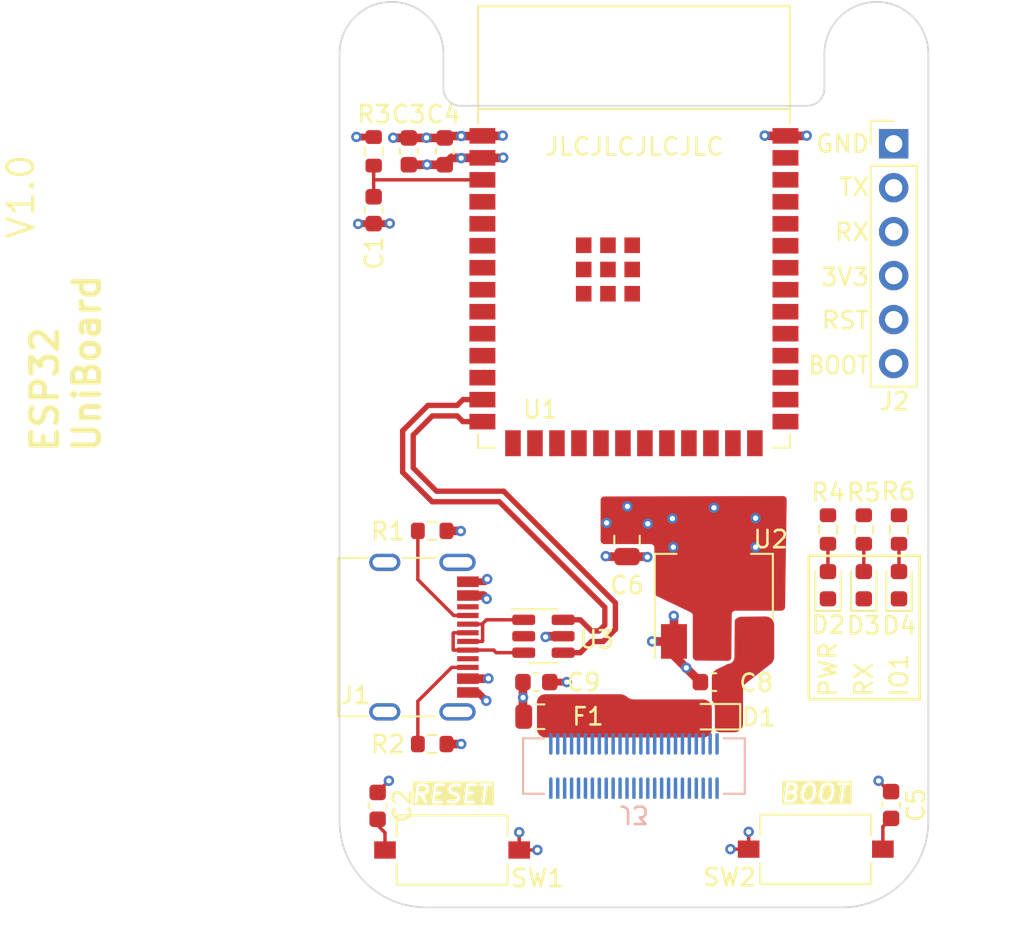
<source format=kicad_pcb>
(kicad_pcb (version 20221018) (generator pcbnew)
  (title_block (date "2023-06-01"))
  (layers (0 "F.Cu" signal) (1 "In1.Cu" power) (2 "In2.Cu" power) (31 "B.Cu" signal) (34 "B.Paste" user) (35 "F.Paste" user) (36 "B.SilkS" user "B.Silkscreen") (37 "F.SilkS" user "F.Silkscreen") (38 "B.Mask" user) (39 "F.Mask" user) (44 "Edge.Cuts" user))
  (net 0 "")
  (net 1 "/EN")
  (net 2 "GND")
  (net 3 "+3V3")
  (net 4 "/BOOT")
  (net 5 "VBUS")
  (net 6 "+5V")
  (net 7 "Net-(D2-A)")
  (net 8 "/ESP_TX")
  (net 9 "/ESP_RX")
  (net 10 "/GPIO4")
  (net 11 "/GPIO5")
  (net 12 "/GPIO6")
  (net 13 "/GPIO7")
  (net 14 "/GPIO15")
  (net 15 "/GPIO16")
  (net 16 "/GPIO17")
  (net 17 "/GPIO18")
  (net 18 "/GPIO8")
  (net 19 "/D_P")
  (net 20 "/D_N")
  (net 21 "/GPIO3")
  (net 22 "/GPIO46")
  (net 23 "/GPIO9")
  (net 24 "/GPIO10")
  (net 25 "/GPIO11")
  (net 26 "/GPIO12")
  (net 27 "/GPIO13")
  (net 28 "/GPIO14")
  (net 29 "/GPIO21")
  (net 30 "/GPIO47")
  (net 31 "/GPIO48")
  (net 32 "/GPIO45")
  (net 33 "/GPIO35")
  (net 34 "/GPIO36")
  (net 35 "/GPIO37")
  (net 36 "/GPIO38")
  (net 37 "/GPIO39")
  (net 38 "/GPIO40")
  (net 39 "/GPIO41")
  (net 40 "/GPIO42")
  (net 41 "/GPIO2")
  (net 42 "/GPIO1")
  (net 43 "/VBUS_Fused")
  (net 44 "/R_CC1")
  (net 48 "Net-(D3-A)")
  (net 49 "Net-(D4-A)")
  (net 50 "/R_CC2")
  (net 51 "/DPr_P")
  (net 52 "/DPr_N")
  (footprint "Connector_PinHeader_2.54mm:PinHeader_1x06_P2.54mm_Vertical" (layer "F.Cu") (at 136.1173 52.5)
    (fp_text reference "J2")
    (fp_text value "Conn_01x06_Socket")
  )
  (footprint "ESP32_Footprints:ESP32-S3-WROOM-1" (layer "F.Cu") (at 121.1173 60.3032)
    (fp_text reference "U1")
    (fp_text value "ESP32-S3-WROOM-1")
  )
  (footprint "Fuse:Fuse_0805_2012Metric" (layer "F.Cu") (at 115.6903 85.6032)
    (fp_text reference "F1")
    (fp_text value "Polyfuse")
  )
  (footprint "Resistor_SMD:R_0603_1608Metric" (layer "F.Cu") (at 109.4651 87.1828)
    (fp_text reference "R2")
    (fp_text value "5k1")
  )
  (footprint "MountingHole:MountingHole_2.7mm_M2.5" (layer "F.Cu") (at 121.1173 93.5532)
    (fp_text reference "H3" hide)
    (fp_text value "MountingHole")
  )
  (footprint "Button_Switch_SMD:SW_Tactile_SPST_NO_Straight_CK_PTS636Sx25SMTRLFS" (layer "F.Cu") (at 110.6173 93.3032 180)
    (fp_text reference "SW1")
    (fp_text value "SW_Push")
  )
  (footprint "LED_SMD:LED_0603_1608Metric" (layer "F.Cu") (at 134.3915 78.005 90)
    (fp_text reference "D3")
    (fp_text value "RED")
  )
  (footprint "Resistor_SMD:R_0603_1608Metric" (layer "F.Cu") (at 136.4235 74.7876 -90)
    (fp_text reference "R6")
    (fp_text value "R")
  )
  (footprint "Capacitor_SMD:C_0603_1608Metric" (layer "F.Cu") (at 110.1953 52.9372 90)
    (fp_text reference "C4")
    (fp_text value "100nF")
  )
  (footprint "Resistor_SMD:R_0603_1608Metric" (layer "F.Cu") (at 106.0893 52.9373 -90)
    (fp_text reference "R3")
    (fp_text value "10k")
  )
  (footprint "Capacitor_SMD:C_0603_1608Metric" (layer "F.Cu") (at 125.7298 83.6032 180)
    (fp_text reference "C8")
    (fp_text value "10uF")
  )
  (footprint "Connector_USB:USB_C_Receptacle_G-Switch_GT-USB-7010ASV" (layer "F.Cu") (at 107.8045 81.0032 -90)
    (fp_text reference "J1")
    (fp_text value "USB_C_Receptacle_USB2.0")
  )
  (footprint "Button_Switch_SMD:SW_Tactile_SPST_NO_Straight_CK_PTS636Sx25SMTRLFS" (layer "F.Cu") (at 131.6173 93.2532)
    (fp_text reference "SW2")
    (fp_text value "SW_Push")
  )
  (footprint "LED_SMD:LED_0603_1608Metric" (layer "F.Cu") (at 136.4235 78.005 90)
    (fp_text reference "D4")
    (fp_text value "YL")
  )
  (footprint "Package_TO_SOT_SMD:SOT-23-6" (layer "F.Cu") (at 115.8903 80.9532)
    (fp_text reference "U3")
    (fp_text value "USBLC6-2SC6")
  )
  (footprint "Capacitor_SMD:C_0603_1608Metric" (layer "F.Cu") (at 106.3173 90.7532 -90)
    (fp_text reference "C2")
    (fp_text value "100nF")
  )
  (footprint "Capacitor_SMD:C_0603_1608Metric" (layer "F.Cu") (at 115.4839 83.6032)
    (fp_text reference "C9")
    (fp_text value "100nF")
  )
  (footprint "Capacitor_SMD:C_0603_1608Metric" (layer "F.Cu") (at 108.1173 52.9373 90)
    (fp_text reference "C3")
    (fp_text value "10uF")
  )
  (footprint "LED_SMD:LED_0603_1608Metric" (layer "F.Cu") (at 132.3204 78.005 90)
    (fp_text reference "D2")
    (fp_text value "GRN")
  )
  (footprint "Capacitor_SMD:C_0603_1608Metric" (layer "F.Cu") (at 135.9673 90.7032 -90)
    (fp_text reference "C5")
    (fp_text value "100nF")
  )
  (footprint "Package_TO_SOT_SMD:SOT-223-3_TabPin2" (layer "F.Cu") (at 125.7298 78.1032 90)
    (fp_text reference "U2")
    (fp_text value "AZ1117-3.3")
  )
  (footprint "Resistor_SMD:R_0603_1608Metric" (layer "F.Cu") (at 109.4651 74.8646)
    (fp_text reference "R1")
    (fp_text value "5k1")
  )
  (footprint "MountingHole:MountingHole_2.7mm_M2.5" (layer "F.Cu") (at 135.1173 47.3032)
    (fp_text reference "H2" hide)
    (fp_text value "MountingHole")
  )
  (footprint "Resistor_SMD:R_0603_1608Metric" (layer "F.Cu") (at 134.3915 74.7876 -90)
    (fp_text reference "R5")
    (fp_text value "R")
  )
  (footprint "Resistor_SMD:R_0603_1608Metric" (layer "F.Cu") (at 132.3204 74.7876 -90)
    (fp_text reference "R4")
    (fp_text value "R")
  )
  (footprint "Capacitor_SMD:C_0603_1608Metric" (layer "F.Cu") (at 106.0893 56.3373 -90)
    (fp_text reference "C1")
    (fp_text value "1uF")
  )
  (footprint "MountingHole:MountingHole_2.7mm_M2.5" (layer "F.Cu") (at 107.1173 47.3032)
    (fp_text reference "H1" hide)
    (fp_text value "MountingHole")
  )
  (footprint "Diode_SMD:D_0603_1608Metric" (layer "F.Cu") (at 125.7673 85.6032 180)
    (fp_text reference "D1")
    (fp_text value "D_Schottky")
  )
  (footprint "Capacitor_SMD:C_0805_2012Metric" (layer "F.Cu") (at 120.7173 75.4032 -90)
    (fp_text reference "C6")
    (fp_text value "22uF")
  )
  (footprint "Hirose_Connector_DF40C:Hirose_DF40C-50DS" (layer "B.Cu") (at 121.1173 88.4532)
    (fp_text reference "J3")
    (fp_text value "Hirose DF40C")
  )
  (gr_rect (start 131.2165 76.3032) (end 137.6173 84.5916) (stroke (width 0.15)) (fill none) (layer "F.SilkS"))
  (gr_arc (start 104.1173 47.3032) (mid 107.1173 44.3032) (end 110.1173 47.3032) (stroke (width 0.1)) (layer "Edge.Cuts"))
  (gr_line (start 133.1173 96.6188) (end 109.1173 96.6188) (stroke (width 0.1)) (layer "Edge.Cuts"))
  (gr_line (start 104.1173 50.5532) (end 104.1173 47.3032) (stroke (width 0.1)) (layer "Edge.Cuts"))
  (gr_arc (start 132.1173 47.3032) (mid 135.1173 44.3032) (end 138.1173 47.3032) (stroke (width 0.1)) (layer "Edge.Cuts"))
  (gr_arc (start 111.1173 50.3032) (mid 110.410193 50.010307) (end 110.1173 49.3032) (stroke (width 0.1)) (layer "Edge.Cuts"))
  (gr_arc (start 132.1173 49.3032) (mid 131.824407 50.010307) (end 131.1173 50.3032) (stroke (width 0.1)) (layer "Edge.Cuts"))
  (gr_line (start 138.1173 50.5532) (end 138.1173 47.3032) (stroke (width 0.1)) (layer "Edge.Cuts"))
  (gr_arc (start 109.1173 96.6188) (mid 105.581766 95.154334) (end 104.1173 91.6188) (stroke (width 0.1)) (layer "Edge.Cuts"))
  (gr_line (start 132.1173 49.3032) (end 132.1173 47.3032) (stroke (width 0.1)) (layer "Edge.Cuts"))
  (gr_line (start 110.1173 47.3032) (end 110.1173 49.3032) (stroke (width 0.1)) (layer "Edge.Cuts"))
  (gr_arc (start 138.1173 91.6188) (mid 136.652834 95.154334) (end 133.1173 96.6188) (stroke (width 0.1)) (layer "Edge.Cuts"))
  (gr_line (start 138.1173 50.5532) (end 138.1173 91.6188) (stroke (width 0.1)) (layer "Edge.Cuts"))
  (gr_line (start 111.1173 50.3032) (end 131.1173 50.3032) (stroke (width 0.1)) (layer "Edge.Cuts"))
  (gr_line (start 104.1173 91.6188) (end 104.1173 50.5532) (stroke (width 0.1)) (layer "Edge.Cuts"))
  (gr_text "PWR" (at 132.3204 84.5376 90) (layer "F.SilkS") (effects (font (size 1 1)) (justify left)))
  (gr_text "RX" (at 134.7873 57.6032) (layer "F.SilkS") (effects (font (size 1 1)) (justify right)))
  (gr_text "BOOT" (at 134.7873 65.3032) (layer "F.SilkS") (effects (font (size 1 0.9)) (justify right)))
  (gr_text "3V3" (at 134.7873 60.2032) (layer "F.SilkS") (effects (font (size 1 1)) (justify right)))
  (gr_text "TX" (at 134.7873 55.0032) (layer "F.SilkS") (effects (font (size 1 1)) (justify right)))
  (gr_text "ESP32\nUniBoard" (at 88.3173 70.4532 90) (layer "F.SilkS") (effects (font (size 1.5 1.5) (thickness 0.3) bold) (justify left)))
  (gr_text "RST" (at 134.7873 62.7032) (layer "F.SilkS") (effects (font (size 1 1)) (justify right)))
  (gr_text "JLCJLCJLCJLC" (at 115.9173 53.2532) (layer "F.SilkS") (effects (font (size 1 1)) (justify left bottom)))
  (gr_text "RX" (at 134.3915 84.5376 90) (layer "F.SilkS") (effects (font (size 1 1)) (justify left)))
  (gr_text "GND" (at 134.7873 52.5) (layer "F.SilkS") (effects (font (size 1 1)) (justify right)))
  (gr_text "BOOT" (at 131.5548 90.6116) (layer "F.SilkS" knockout) (effects (font (size 1 1) (thickness 0.15) italic) (justify bottom)))
  (gr_text "V1.0" (at 85.7173 58.1032 90) (layer "F.SilkS") (effects (font (size 1.5 1.5) (thickness 0.1875)) (justify left)))
  (gr_text "IO1\n" (at 136.4235 84.5376 90) (layer "F.SilkS") (effects (font (size 1 1)) (justify left)))
  (gr_text "RESET" (at 110.5548 90.6616) (layer "F.SilkS" knockout) (effects (font (size 1 1) (thickness 0.15) italic) (justify bottom)))
  (segment (start 106.0893 53.7623) (end 106.0893 54.5782) (width 0.2) (layer "F.Cu") (net 1))
  (segment (start 112.3673 54.5832) (end 106.0943 54.5832) (width 0.2) (layer "F.Cu") (net 1))
  (segment (start 106.3173 91.8782) (end 106.7423 92.3032) (width 0.2) (layer "F.Cu") (net 1))
  (segment (start 106.0893 54.5782) (end 106.0893 55.5623) (width 0.2) (layer "F.Cu") (net 1))
  (segment (start 106.3173 91.5282) (end 106.3173 91.8782) (width 0.2) (layer "F.Cu") (net 1))
  (segment (start 106.7423 92.3032) (end 106.7423 93.3032) (width 0.2) (layer "F.Cu") (net 1))
  (segment (start 106.0943 54.5832) (end 106.0893 54.5782) (width 0.2) (layer "F.Cu") (net 1))
  (segment (start 116.2589 83.6032) (end 117.2423 83.6032) (width 0.4) (layer "F.Cu") (net 2))
  (segment (start 106.0893 57.1123) (end 105.2082 57.1123) (width 0.4) (layer "F.Cu") (net 2))
  (segment (start 119.5173 76.3532) (end 119.4923 76.3282) (width 0.5) (layer "F.Cu") (net 2))
  (segment (start 121.8673 76.3532) (end 121.8923 76.3782) (width 0.5) (layer "F.Cu") (net 2))
  (segment (start 129.8673 52.0432) (end 131.0773 52.0432) (width 0.5) (layer "F.Cu") (net 2))
  (segment (start 114.4923 93.3032) (end 114.4923 92.2782) (width 0.2) (layer "F.Cu") (net 2))
  (segment (start 108.1173 52.1623) (end 107.2264 52.1623) (width 0.5) (layer "F.Cu") (net 2))
  (segment (start 112.3673 52.0432) (end 113.5273 52.0432) (width 0.5) (layer "F.Cu") (net 2))
  (segment (start 111.1037 74.8646) (end 111.1173 74.8782) (width 0.5) (layer "F.Cu") (net 2))
  (segment (start 106.0893 57.1123) (end 107.0082 57.1123) (width 0.4) (layer "F.Cu") (net 2))
  (segment (start 123.4298 81.2532) (end 122.1673 81.2532) (width 0.5) (layer "F.Cu") (net 2))
  (segment (start 113.5273 52.0432) (end 113.5423 52.0282) (width 0.4) (layer "F.Cu") (net 2))
  (segment (start 110.1952 52.1623) (end 110.1953 52.1622) (width 0.4) (layer "F.Cu") (net 2))
  (segment (start 112.4923 77.8032) (end 112.6423 77.6532) (width 0.4) (layer "F.Cu") (net 2))
  (segment (start 120.7173 76.3532) (end 119.5173 76.3532) (width 0.5) (layer "F.Cu") (net 2))
  (segment (start 123.4298 81.2532) (end 123.4298 79.7907) (width 0.5) (layer "F.Cu") (net 2))
  (segment (start 127.7423 93.2532) (end 126.6923 93.2532) (width 0.2) (layer "F.Cu") (net 2))
  (segment (start 110.2901 87.1828) (end 111.1377 87.1828) (width 0.5) (layer "F.Cu") (net 2))
  (segment (start 106.3173 89.9782) (end 106.3173 89.9532) (width 0.2) (layer "F.Cu") (net 2))
  (segment (start 135.9673 89.9282) (end 135.8673 89.9282) (width 0.2) (layer "F.Cu") (net 2))
  (segment (start 106.3173 89.9532) (end 106.9673 89.3032) (width 0.2) (layer "F.Cu") (net 2))
  (segment (start 110.1953 52.1622) (end 110.3043 52.0532) (width 0.4) (layer "F.Cu") (net 2))
  (segment (start 120.7173 76.3532) (end 121.8673 76.3532) (width 0.5) (layer "F.Cu") (net 2))
  (segment (start 107.2264 52.1623) (end 107.2173 52.1532) (width 0.5) (layer "F.Cu") (net 2))
  (segment (start 110.3043 52.0532) (end 111.1423 52.0532) (width 0.5) (layer "F.Cu") (net 2))
  (segment (start 124.1298 82.7782) (end 124.1423 82.7782) (width 0.5) (layer "F.Cu") (net 2))
  (segment (start 124.1423 82.7782) (end 124.1423 82.7907) (width 0.5) (layer "F.Cu") (net 2))
  (segment (start 127.7423 93.2532) (end 127.7423 92.2532) (width 0.2) (layer "F.Cu") (net 2))
  (segment (start 114.4923 93.3032) (end 115.5423 93.3032) (width 0.2) (layer "F.Cu") (net 2))
  (segment (start 124.1423 82.7907) (end 124.9548 83.6032) (width 0.5) (layer "F.Cu") (net 2))
  (segment (start 123.4298 79.7907) (end 123.4173 79.7782) (width 0.5) (layer "F.Cu") (net 2))
  (segment (start 109.1514 52.1623) (end 110.1952 52.1623) (width 0.5) (layer "F.Cu") (net 2))
  (segment (start 108.1173 52.1623) (end 109.1332 52.1623) (width 0.5) (layer "F.Cu") (net 2))
  (segment (start 112.1173 84.2032) (end 112.5923 84.6782) (width 0.4) (layer "F.Cu") (net 2))
  (segment (start 135.8673 89.9282) (end 135.2423 89.3032) (width 0.2) (layer "F.Cu") (net 2))
  (segment (start 110.2901 74.8646) (end 111.1037 74.8646) (width 0.5) (layer "F.Cu") (net 2))
  (segment (start 123.4298 82.0782) (end 124.1298 82.7782) (width 0.5) (layer "F.Cu") (net 2))
  (segment (start 107.0082 57.1123) (end 107.0173 57.1032) (width 0.4) (layer "F.Cu") (net 2))
  (segment (start 111.1423 52.0532) (end 112.3573 52.0532) (width 0.5) (layer "F.Cu") (net 2))
  (segment (start 109.1423 52.1532) (end 109.1514 52.1623) (width 0.4) (layer "F.Cu") (net 2))
  (segment (start 109.1332 52.1623) (end 109.1423 52.1532) (width 0.4) (layer "F.Cu") (net 2))
  (segment (start 111.1377 87.1828) (end 111.1423 87.1782) (width 0.5) (layer "F.Cu") (net 2))
  (segment (start 128.6823 52.0432) (end 128.6673 52.0282) (width 0.5) (layer "F.Cu") (net 2))
  (segment (start 123.4298 81.2532) (end 123.4298 82.0782) (width 0.5) (layer "F.Cu") (net 2))
  (segment (start 131.0773 52.0432) (end 131.0923 52.0282) (width 0.5) (layer "F.Cu") (net 2))
  (segment (start 129.8673 52.0432) (end 128.6823 52.0432) (width 0.5) (layer "F.Cu") (net 2))
  (segment (start 111.5295 84.2032) (end 112.1173 84.2032) (width 0.4) (layer "F.Cu") (net 2))
  (segment (start 105.2082 57.1123) (end 105.1923 57.1282) (width 0.4) (layer "F.Cu") (net 2))
  (segment (start 112.3573 52.0532) (end 112.3673 52.0432) (width 0.4) (layer "F.Cu") (net 2))
  (segment (start 111.5295 77.8032) (end 112.4923 77.8032) (width 0.4) (layer "F.Cu") (net 2))
  (via (at 123.4173 79.7782) (size 0.6) (drill 0.3) (layers "F.Cu" "B.Cu") (net 2))
  (via (at 107.0173 57.1032) (size 0.6) (drill 0.3) (layers "F.Cu" "B.Cu") (net 2))
  (via (at 114.4923 92.2782) (size 0.6) (drill 0.3) (layers "F.Cu" "B.Cu") (net 2))
  (via (at 127.7423 92.2532) (size 0.6) (drill 0.3) (layers "F.Cu" "B.Cu") (net 2))
  (via (at 135.2423 89.3032) (size 0.6) (drill 0.3) (layers "F.Cu" "B.Cu") (net 2))
  (via (at 105.1923 57.1282) (size 0.6) (drill 0.3) (layers "F.Cu" "B.Cu") (net 2))
  (via (at 111.1423 52.0532) (size 0.6) (drill 0.3) (layers "F.Cu" "B.Cu") (net 2))
  (via (at 113.5423 52.0282) (size 0.6) (drill 0.3) (layers "F.Cu" "B.Cu") (net 2))
  (via (at 107.2173 52.1532) (size 0.6) (drill 0.3) (layers "F.Cu" "B.Cu") (net 2))
  (via (at 126.6923 93.2532) (size 0.6) (drill 0.3) (layers "F.Cu" "B.Cu") (net 2))
  (via (at 119.4923 76.3282) (size 0.6) (drill 0.3) (layers "F.Cu" "B.Cu") (net 2))
  (via (at 109.1423 52.1532) (size 0.6) (drill 0.3) (layers "F.Cu" "B.Cu") (net 2))
  (via (at 112.5923 84.6782) (size 0.6) (drill 0.3) (layers "F.Cu" "B.Cu") (net 2))
  (via (at 124.1423 82.7782) (size 0.6) (drill 0.3) (layers "F.Cu" "B.Cu") (net 2))
  (via (at 131.0923 52.0282) (size 0.6) (drill 0.3) (layers "F.Cu" "B.Cu") (net 2))
  (via (at 121.8923 76.3782) (size 0.6) (drill 0.3) (layers "F.Cu" "B.Cu") (net 2))
  (via (at 112.6423 77.6532) (size 0.6) (drill 0.3) (layers "F.Cu" "B.Cu") (net 2))
  (via (at 122.1673 81.2532) (size 0.6) (drill 0.3) (layers "F.Cu" "B.Cu") (net 2))
  (via (at 111.1173 74.8782) (size 0.6) (drill 0.3) (layers "F.Cu" "B.Cu") (net 2))
  (via (at 111.1423 87.1782) (size 0.6) (drill 0.3) (layers "F.Cu" "B.Cu") (net 2))
  (via (at 115.5423 93.3032) (size 0.6) (drill 0.3) (layers "F.Cu" "B.Cu") (net 2))
  (via (at 106.9673 89.3032) (size 0.6) (drill 0.3) (layers "F.Cu" "B.Cu") (net 2))
  (via (at 128.6673 52.0282) (size 0.6) (drill 0.3) (layers "F.Cu" "B.Cu") (net 2))
  (via (at 117.2423 83.6032) (size 0.6) (drill 0.3) (layers "F.Cu" "B.Cu") (net 2))
  (segment (start 111.1273 53.3132) (end 110.5943 53.3132) (width 0.5) (layer "F.Cu") (net 3))
  (segment (start 106.0893 52.1123) (end 105.1014 52.1123) (width 0.4) (layer "F.Cu") (net 3))
  (segment (start 111.1573 53.3132) (end 111.1423 53.3282) (width 0.4) (layer "F.Cu") (net 3))
  (segment (start 112.3673 53.3132) (end 111.1573 53.3132) (width 0.5) (layer "F.Cu") (net 3))
  (segment (start 105.1014 52.1123) (end 105.0923 52.1032) (width 0.4) (layer "F.Cu") (net 3))
  (segment (start 112.3673 53.3132) (end 113.5573 53.3132) (width 0.5) (layer "F.Cu") (net 3))
  (segment (start 110.5943 53.3132) (end 110.1953 53.7122) (width 0.5) (layer "F.Cu") (net 3))
  (segment (start 113.5573 53.3132) (end 113.5673 53.3032) (width 0.5) (layer "F.Cu") (net 3))
  (segment (start 111.1423 53.3282) (end 111.1273 53.3132) (width 0.4) (layer "F.Cu") (net 3))
  (segment (start 108.1173 53.7123) (end 109.1332 53.7123) (width 0.5) (layer "F.Cu") (net 3))
  (segment (start 109.1673 53.6782) (end 109.2014 53.7123) (width 0.4) (layer "F.Cu") (net 3))
  (segment (start 109.1332 53.7123) (end 109.1673 53.6782) (width 0.4) (layer "F.Cu") (net 3))
  (segment (start 110.1952 53.7123) (end 110.1953 53.7122) (width 0.4) (layer "F.Cu") (net 3))
  (segment (start 109.2014 53.7123) (end 110.1952 53.7123) (width 0.5) (layer "F.Cu") (net 3))
  (via (at 119.5423 74.4032) (size 0.6) (drill 0.3) (layers "F.Cu" "B.Cu") (net 3))
  (via (at 113.5673 53.3032) (size 0.6) (drill 0.3) (layers "F.Cu" "B.Cu") (net 3))
  (via (at 121.9173 74.4532) (size 0.6) (drill 0.3) (layers "F.Cu" "B.Cu") (net 3))
  (via (at 128.1423 75.8032) (size 0.6) (drill 0.3) (layers "F.Cu" "B.Cu") (net 3))
  (via (at 109.1673 53.7032) (size 0.6) (drill 0.3) (layers "F.Cu" "B.Cu") (net 3))
  (via (at 105.0923 52.1032) (size 0.6) (drill 0.3) (layers "F.Cu" "B.Cu") (net 3))
  (via (at 111.1423 53.3282) (size 0.6) (drill 0.3) (layers "F.Cu" "B.Cu") (net 3))
  (via (at 123.3923 75.8032) (size 0.6) (drill 0.3) (layers "F.Cu" "B.Cu") (net 3))
  (via (at 128.1423 74.1282) (size 0.6) (drill 0.3) (layers "F.Cu" "B.Cu") (net 3))
  (via (at 120.7423 73.4532) (size 0.6) (drill 0.3) (layers "F.Cu" "B.Cu") (net 3))
  (via (at 123.3423 74.1532) (size 0.6) (drill 0.3) (layers "F.Cu" "B.Cu") (net 3))
  (via (at 125.7423 73.5282) (size 0.6) (drill 0.3) (layers "F.Cu" "B.Cu") (net 3))
  (segment (start 135.9673 91.4782) (end 135.4923 91.9532) (width 0.2) (layer "F.Cu") (net 4))
  (segment (start 135.4923 91.9532) (end 135.4923 93.2532) (width 0.2) (layer "F.Cu") (net 4))
  (segment (start 117.0278 80.9532) (end 116.0551 80.9532) (width 0.5) (layer "F.Cu") (net 5))
  (segment (start 114.7089 84.4994) (end 114.7089 85.5593) (width 0.5) (layer "F.Cu") (net 5))
  (segment (start 114.7089 84.487) (end 114.7151 84.4932) (width 0.5) (layer "F.Cu") (net 5))
  (segment (start 111.5295 78.6032) (end 112.4251 78.6032) (width 0.5) (layer "F.Cu") (net 5))
  (segment (start 114.7151 84.4932) (end 114.7089 84.4994) (width 0.5) (layer "F.Cu") (net 5))
  (segment (start 116.0551 80.9532) (end 116.0151 80.9932) (width 0.5) (layer "F.Cu") (net 5))
  (segment (start 114.7089 85.5593) (end 114.7528 85.6032) (width 0.5) (layer "F.Cu") (net 5))
  (segment (start 112.7051 83.4032) (end 112.7151 83.3932) (width 0.5) (layer "F.Cu") (net 5))
  (segment (start 111.5295 83.4032) (end 112.7051 83.4032) (width 0.5) (layer "F.Cu") (net 5))
  (segment (start 114.7089 83.6032) (end 114.7089 84.487) (width 0.5) (layer "F.Cu") (net 5))
  (segment (start 112.4251 78.6032) (end 112.6151 78.7932) (width 0.5) (layer "F.Cu") (net 5))
  (via (at 114.7151 84.4932) (size 0.6) (drill 0.3) (layers "F.Cu" "B.Cu") (net 5))
  (via (at 112.7151 83.3932) (size 0.6) (drill 0.3) (layers "F.Cu" "B.Cu") (net 5))
  (via (at 116.0151 80.9932) (size 0.6) (drill 0.3) (layers "F.Cu" "B.Cu") (net 5))
  (via (at 112.6151 78.7932) (size 0.6) (drill 0.3) (layers "F.Cu" "B.Cu") (net 5))
  (segment (start 132.3204 75.6126) (end 132.3204 77.2175) (width 0.2) (layer "F.Cu") (net 7))
  (segment (start 110.7095 81.7532) (end 110.6795 81.7232) (width 0.2) (layer "F.Cu") (net 19))
  (segment (start 111.5295 81.7532) (end 110.7095 81.7532) (width 0.2) (layer "F.Cu") (net 19))
  (segment (start 113.1673 81.9032) (end 114.7528 81.9032) (width 0.2) (layer "F.Cu") (net 19))
  (segment (start 111.5295 81.7532) (end 113.0173 81.7532) (width 0.2) (layer "F.Cu") (net 19))
  (segment (start 110.7095 80.7532) (end 111.5295 80.7532) (width 0.2) (layer "F.Cu") (net 19))
  (segment (start 110.6795 81.7232) (end 110.6795 80.7832) (width 0.2) (layer "F.Cu") (net 19))
  (segment (start 113.0173 81.7532) (end 113.1673 81.9032) (width 0.2) (layer "F.Cu") (net 19))
  (segment (start 110.6795 80.7832) (end 110.7095 80.7532) (width 0.2) (layer "F.Cu") (net 19))
  (segment (start 112.3495 81.2532) (end 111.5295 81.2532) (width 0.2) (layer "F.Cu") (net 20))
  (segment (start 111.5295 80.2532) (end 112.3495 80.2532) (width 0.2) (layer "F.Cu") (net 20))
  (segment (start 112.5995 80.0032) (end 114.7528 80.0032) (width 0.2) (layer "F.Cu") (net 20))
  (segment (start 112.3495 80.2532) (end 112.3795 80.2832) (width 0.2) (layer "F.Cu") (net 20))
  (segment (start 112.3795 80.2832) (end 112.3795 81.2232) (width 0.2) (layer "F.Cu") (net 20))
  (segment (start 112.3495 80.2532) (end 112.5995 80.0032) (width 0.2) (layer "F.Cu") (net 20))
  (segment (start 112.3795 81.2232) (end 112.3495 81.2532) (width 0.2) (layer "F.Cu") (net 20))
  (segment (start 108.6401 77.6838) (end 108.6401 74.8646) (width 0.2) (layer "F.Cu") (net 44))
  (segment (start 110.7095 79.7532) (end 108.6401 77.6838) (width 0.2) (layer "F.Cu") (net 44))
  (segment (start 111.5295 79.7532) (end 110.7095 79.7532) (width 0.2) (layer "F.Cu") (net 44))
  (segment (start 134.3915 75.6126) (end 134.3915 77.2175) (width 0.2) (layer "F.Cu") (net 48))
  (segment (start 136.4235 75.6126) (end 136.4235 77.2175) (width 0.2) (layer "F.Cu") (net 49))
  (segment (start 108.6401 84.708006) (end 108.6401 87.1828) (width 0.2) (layer "F.Cu") (net 50))
  (segment (start 110.594906 82.7532) (end 108.6401 84.708006) (width 0.2) (layer "F.Cu") (net 50))
  (segment (start 111.5295 82.7532) (end 110.594906 82.7532) (width 0.2) (layer "F.Cu") (net 50))
  (segment (start 111.242299 68.5532) (end 112.3673 68.5532) (width 0.31) (layer "F.Cu") (net 51))
  (segment (start 118.666551 81.2582) (end 119.343636 81.2582) (width 0.31) (layer "F.Cu") (net 51))
  (segment (start 119.343636 81.2582) (end 120.0473 80.554536) (width 0.31) (layer "F.Cu") (net 51))
  (segment (start 108.3723 69.329536) (end 109.478636 68.2232) (width 0.31) (layer "F.Cu") (net 51))
  (segment (start 120.0473 80.554536) (end 120.0473 79.026864) (width 0.31) (layer "F.Cu") (net 51))
  (segment (start 109.478636 68.2232) (end 110.912299 68.2232) (width 0.31) (layer "F.Cu") (net 51))
  (segment (start 117.0278 81.9032) (end 118.021551 81.9032) (width 0.31) (layer "F.Cu") (net 51))
  (segment (start 118.021551 81.9032) (end 118.666551 81.2582) (width 0.31) (layer "F.Cu") (net 51))
  (segment (start 109.718636 72.5732) (end 108.3723 71.226864) (width 0.31) (layer "F.Cu") (net 51))
  (segment (start 120.0473 79.026864) (end 113.593636 72.5732) (width 0.31) (layer "F.Cu") (net 51))
  (segment (start 110.912299 68.2232) (end 111.242299 68.5532) (width 0.31) (layer "F.Cu") (net 51))
  (segment (start 113.593636 72.5732) (end 109.718636 72.5732) (width 0.31) (layer "F.Cu") (net 51))
  (segment (start 108.3723 71.226864) (end 108.3723 69.329536) (width 0.31) (layer "F.Cu") (net 51))
  (segment (start 119.4373 79.279536) (end 113.340964 73.1832) (width 0.31) (layer "F.Cu") (net 52))
  (segment (start 107.7623 71.479536) (end 107.7623 69.076864) (width 0.31) (layer "F.Cu") (net 52))
  (segment (start 119.4373 80.301864) (end 119.4373 79.279536) (width 0.31) (layer "F.Cu") (net 52))
  (segment (start 113.340964 73.1832) (end 109.465964 73.1832) (width 0.31) (layer "F.Cu") (net 52))
  (segment (start 109.465964 73.1832) (end 107.7623 71.479536) (width 0.31) (layer "F.Cu") (net 52))
  (segment (start 107.7623 69.076864) (end 109.225964 67.6132) (width 0.31) (layer "F.Cu") (net 52))
  (segment (start 117.0278 80.0032) (end 118.021551 80.0032) (width 0.31) (layer "F.Cu") (net 52))
  (segment (start 111.242299 67.2832) (end 112.3673 67.2832) (width 0.31) (layer "F.Cu") (net 52))
  (segment (start 109.225964 67.6132) (end 110.912299 67.6132) (width 0.31) (layer "F.Cu") (net 52))
  (segment (start 118.666551 80.6482) (end 119.090964 80.6482) (width 0.31) (layer "F.Cu") (net 52))
  (segment (start 118.021551 80.0032) (end 118.666551 80.6482) (width 0.31) (layer "F.Cu") (net 52))
  (segment (start 119.090964 80.6482) (end 119.4373 80.301864) (width 0.31) (layer "F.Cu") (net 52))
  (segment (start 110.912299 67.6132) (end 111.242299 67.2832) (width 0.31) (layer "F.Cu") (net 52))
  (zone (net 43) (net_name "/VBUS_Fused") (layer "F.Cu") (priority 3) (connect_pads yes (clearance 0.13)) (min_thickness 0.25) (fill yes (thermal_gap 0.13) (thermal_bridge_width 0.4) (smoothing fillet) (radius 0.5))
    (polygon (pts (xy 120.5173 84.3032) (xy 120.9173 84.6032) (xy 125.6173 84.6032) (xy 125.6173 86.8032) (xy 115.5173 86.8032) (xy 115.5173 84.3032) (xy 116.4173 84.3032)))
  )
  (zone (net 6) (net_name "+5V") (layer "F.Cu") (priority 2) (connect_pads yes (clearance 0.13)) (min_thickness 0.2) (fill yes (thermal_gap 0.13) (thermal_bridge_width 0.4) (smoothing fillet) (radius 0.5))
    (polygon (pts (xy 125.6173 86.5032) (xy 125.6173 83.0032) (xy 126.8423 82.4032) (xy 126.8423 79.8282) (xy 129.2173 79.8032) (xy 129.2173 82.4032) (xy 127.4173 83.8032) (xy 127.4173 86.5032)))
  )
  (zone (net 3) (net_name "+3V3") (layer "F.Cu") (priority 4) (connect_pads yes (clearance 0.13)) (min_thickness 0.2) (fill yes (thermal_gap 0.13) (thermal_bridge_width 0.4) (smoothing fillet) (radius 0.2))
    (polygon (pts (xy 119.1923 72.8782) (xy 129.9423 72.8532) (xy 129.8423 79.4782) (xy 126.7673 79.4782) (xy 126.7423 82.3782) (xy 124.5173 82.3532) (xy 124.5173 79.6282) (xy 122.3173 78.5782) (xy 122.2923 75.6282) (xy 119.1923 75.6282)))
  )
)
</source>
